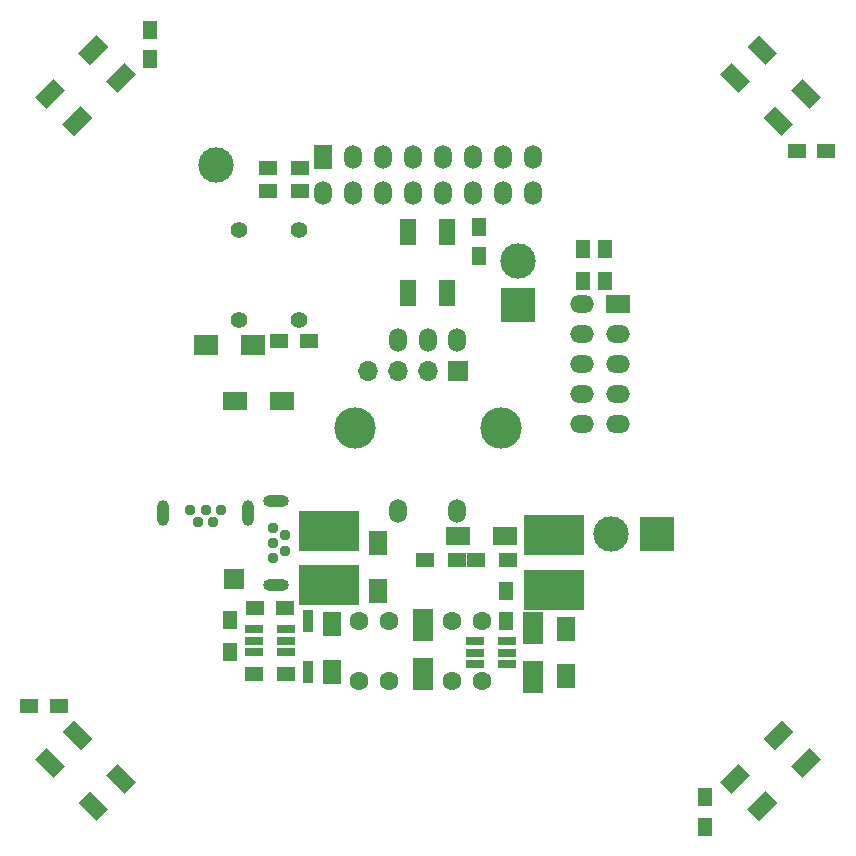
<source format=gts>
G04 #@! TF.FileFunction,Soldermask,Top*
%FSLAX46Y46*%
G04 Gerber Fmt 4.6, Leading zero omitted, Abs format (unit mm)*
G04 Created by KiCad (PCBNEW 4.0.5) date 03/27/17 18:08:10*
%MOMM*%
%LPD*%
G01*
G04 APERTURE LIST*
%ADD10C,0.100000*%
%ADD11C,1.397000*%
%ADD12O,1.500000X2.000000*%
%ADD13R,1.500000X2.000000*%
%ADD14O,2.000000X1.500000*%
%ADD15R,2.000000X1.500000*%
%ADD16R,2.000000X1.700000*%
%ADD17R,1.500000X1.250000*%
%ADD18R,1.250000X1.500000*%
%ADD19R,1.600000X2.000000*%
%ADD20R,1.300000X1.500000*%
%ADD21R,1.500000X1.300000*%
%ADD22R,2.000000X1.600000*%
%ADD23R,1.699260X2.800000*%
%ADD24R,0.850900X1.850900*%
%ADD25R,1.400000X2.200000*%
%ADD26R,5.200000X3.400000*%
%ADD27C,1.600000*%
%ADD28C,3.000000*%
%ADD29R,1.500000X0.650000*%
%ADD30O,1.501140X1.998980*%
%ADD31C,3.500120*%
%ADD32C,0.950000*%
%ADD33O,1.000000X2.200000*%
%ADD34O,2.200000X1.000000*%
%ADD35R,1.700000X1.700000*%
%ADD36O,1.700000X1.700000*%
%ADD37R,3.000000X3.000000*%
G04 APERTURE END LIST*
D10*
D11*
X139065000Y-90805000D03*
X133985000Y-90805000D03*
X139065000Y-83185000D03*
X133985000Y-83185000D03*
D12*
X158890000Y-80120000D03*
X158890000Y-77080000D03*
X156350000Y-77080000D03*
X156350000Y-80120000D03*
X153810000Y-80120000D03*
X153810000Y-77080000D03*
X151270000Y-77080000D03*
X151270000Y-80120000D03*
X148730000Y-80120000D03*
X148730000Y-77080000D03*
D13*
X141110000Y-77080000D03*
D12*
X141110000Y-80120000D03*
X143650000Y-77080000D03*
X143650000Y-80120000D03*
X146190000Y-77080000D03*
X146190000Y-80120000D03*
D14*
X166120000Y-99680000D03*
X163080000Y-99680000D03*
X163080000Y-97140000D03*
X166120000Y-97140000D03*
D15*
X166120000Y-89520000D03*
D14*
X163080000Y-89520000D03*
X166120000Y-92060000D03*
X163080000Y-92060000D03*
X166120000Y-94600000D03*
X163080000Y-94600000D03*
D16*
X131223000Y-92964000D03*
X135223000Y-92964000D03*
D17*
X181250000Y-76500000D03*
X183750000Y-76500000D03*
D18*
X173500000Y-131250000D03*
X173500000Y-133750000D03*
D19*
X141859000Y-116618000D03*
X141859000Y-120618000D03*
D18*
X126500000Y-68750000D03*
X126500000Y-66250000D03*
X154305000Y-82951000D03*
X154305000Y-85451000D03*
D17*
X118750000Y-123500000D03*
X116250000Y-123500000D03*
X137902000Y-115189000D03*
X135402000Y-115189000D03*
D20*
X163131500Y-84819500D03*
X163131500Y-87519500D03*
D19*
X145796000Y-109760000D03*
X145796000Y-113760000D03*
D21*
X156798000Y-111125000D03*
X154098000Y-111125000D03*
X152480000Y-111125000D03*
X149780000Y-111125000D03*
D20*
X133223000Y-116252000D03*
X133223000Y-118952000D03*
D21*
X135302000Y-120777000D03*
X138002000Y-120777000D03*
D19*
X161671000Y-116999000D03*
X161671000Y-120999000D03*
D22*
X156559000Y-109093000D03*
X152559000Y-109093000D03*
D18*
X156591000Y-113812000D03*
X156591000Y-116312000D03*
D20*
X165036500Y-84819500D03*
X165036500Y-87519500D03*
D23*
X158877000Y-121099000D03*
X158877000Y-116899000D03*
D24*
X139827000Y-116317140D03*
X139827000Y-120664860D03*
D23*
X149606000Y-116645000D03*
X149606000Y-120845000D03*
D25*
X151637000Y-83379000D03*
X148337000Y-83379000D03*
X148337000Y-88579000D03*
X151637000Y-88579000D03*
D10*
G36*
X120611092Y-127267588D02*
X119055457Y-125711953D01*
X120045406Y-124722004D01*
X121601041Y-126277639D01*
X120611092Y-127267588D01*
X120611092Y-127267588D01*
G37*
G36*
X118277639Y-129601041D02*
X116722004Y-128045406D01*
X117711953Y-127055457D01*
X119267588Y-128611092D01*
X118277639Y-129601041D01*
X118277639Y-129601041D01*
G37*
G36*
X121954594Y-133277996D02*
X120398959Y-131722361D01*
X121388908Y-130732412D01*
X122944543Y-132288047D01*
X121954594Y-133277996D01*
X121954594Y-133277996D01*
G37*
G36*
X124288047Y-130944543D02*
X122732412Y-129388908D01*
X123722361Y-128398959D01*
X125277996Y-129954594D01*
X124288047Y-130944543D01*
X124288047Y-130944543D01*
G37*
G36*
X122732412Y-70611092D02*
X124288047Y-69055457D01*
X125277996Y-70045406D01*
X123722361Y-71601041D01*
X122732412Y-70611092D01*
X122732412Y-70611092D01*
G37*
G36*
X120398959Y-68277639D02*
X121954594Y-66722004D01*
X122944543Y-67711953D01*
X121388908Y-69267588D01*
X120398959Y-68277639D01*
X120398959Y-68277639D01*
G37*
G36*
X116722004Y-71954594D02*
X118277639Y-70398959D01*
X119267588Y-71388908D01*
X117711953Y-72944543D01*
X116722004Y-71954594D01*
X116722004Y-71954594D01*
G37*
G36*
X119055457Y-74288047D02*
X120611092Y-72732412D01*
X121601041Y-73722361D01*
X120045406Y-75277996D01*
X119055457Y-74288047D01*
X119055457Y-74288047D01*
G37*
G36*
X179388908Y-72732412D02*
X180944543Y-74288047D01*
X179954594Y-75277996D01*
X178398959Y-73722361D01*
X179388908Y-72732412D01*
X179388908Y-72732412D01*
G37*
G36*
X181722361Y-70398959D02*
X183277996Y-71954594D01*
X182288047Y-72944543D01*
X180732412Y-71388908D01*
X181722361Y-70398959D01*
X181722361Y-70398959D01*
G37*
G36*
X178045406Y-66722004D02*
X179601041Y-68277639D01*
X178611092Y-69267588D01*
X177055457Y-67711953D01*
X178045406Y-66722004D01*
X178045406Y-66722004D01*
G37*
G36*
X175711953Y-69055457D02*
X177267588Y-70611092D01*
X176277639Y-71601041D01*
X174722004Y-70045406D01*
X175711953Y-69055457D01*
X175711953Y-69055457D01*
G37*
G36*
X177267588Y-129388908D02*
X175711953Y-130944543D01*
X174722004Y-129954594D01*
X176277639Y-128398959D01*
X177267588Y-129388908D01*
X177267588Y-129388908D01*
G37*
G36*
X179601041Y-131722361D02*
X178045406Y-133277996D01*
X177055457Y-132288047D01*
X178611092Y-130732412D01*
X179601041Y-131722361D01*
X179601041Y-131722361D01*
G37*
G36*
X183277996Y-128045406D02*
X181722361Y-129601041D01*
X180732412Y-128611092D01*
X182288047Y-127055457D01*
X183277996Y-128045406D01*
X183277996Y-128045406D01*
G37*
G36*
X180944543Y-125711953D02*
X179388908Y-127267588D01*
X178398959Y-126277639D01*
X179954594Y-124722004D01*
X180944543Y-125711953D01*
X180944543Y-125711953D01*
G37*
D26*
X141605000Y-108698000D03*
X141605000Y-113298000D03*
X160655000Y-109079000D03*
X160655000Y-113679000D03*
D27*
X152019000Y-121412000D03*
X152019000Y-116332000D03*
X154559000Y-121412000D03*
X154559000Y-116332000D03*
X144145000Y-121412000D03*
X144145000Y-116332000D03*
X146685000Y-121412000D03*
X146685000Y-116332000D03*
D28*
X157607000Y-85852000D03*
D29*
X153971000Y-118049000D03*
X153971000Y-118999000D03*
X153971000Y-119949000D03*
X156671000Y-119949000D03*
X156671000Y-118049000D03*
X156671000Y-118999000D03*
X135302000Y-117033000D03*
X135302000Y-117983000D03*
X135302000Y-118933000D03*
X138002000Y-118933000D03*
X138002000Y-117033000D03*
X138002000Y-117983000D03*
D30*
X152499360Y-92499380D03*
X150000000Y-92499380D03*
X147500640Y-92499380D03*
D31*
X156200140Y-100000000D03*
X143799860Y-100000000D03*
D30*
X152499360Y-107000240D03*
X147500640Y-107000240D03*
D21*
X136445000Y-79883000D03*
X139145000Y-79883000D03*
X136445000Y-77978000D03*
X139145000Y-77978000D03*
D22*
X133636000Y-97663000D03*
X137636000Y-97663000D03*
D32*
X131191000Y-106934000D03*
X132491000Y-106934000D03*
X131841000Y-107934000D03*
X130541000Y-107934000D03*
X129891000Y-106934000D03*
D33*
X127616000Y-107154000D03*
X134766000Y-107154000D03*
D17*
X137434000Y-92583000D03*
X139934000Y-92583000D03*
D32*
X136906000Y-109728000D03*
X136906000Y-111028000D03*
X137906000Y-110378000D03*
X137906000Y-109078000D03*
X136906000Y-108428000D03*
D34*
X137126000Y-106153000D03*
X137126000Y-113303000D03*
D35*
X152527000Y-95123000D03*
D36*
X149987000Y-95123000D03*
X147447000Y-95123000D03*
X144907000Y-95123000D03*
D37*
X169418000Y-108966000D03*
X157607000Y-89535000D03*
D28*
X132080000Y-77724000D03*
X165481000Y-108966000D03*
D35*
X133604000Y-112776000D03*
M02*

</source>
